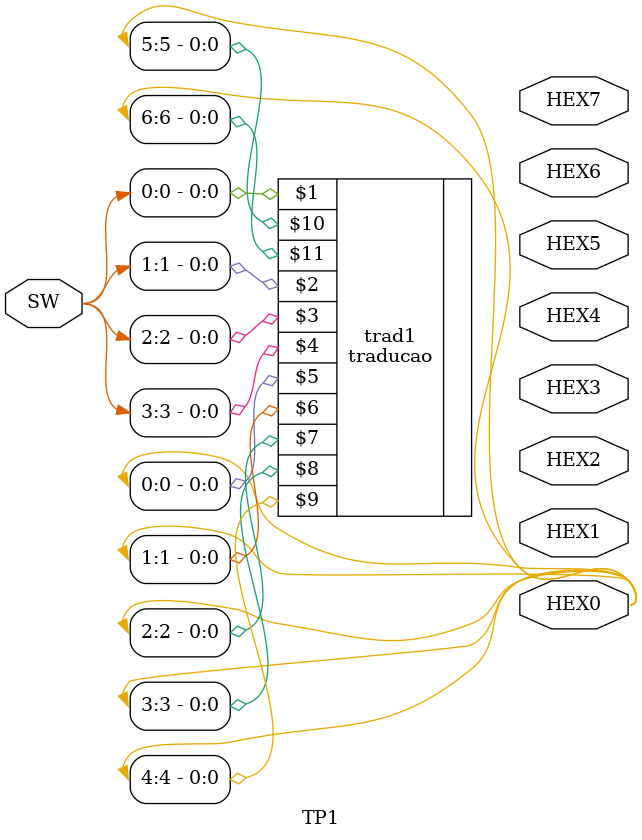
<source format=v>

module TP1(

	//////////// SW //////////
	input 		    [17:0]		SW,

	//////////// SEG7 //////////
	output		     [6:0]		HEX0,
	output		     [6:0]		HEX1,
	output		     [6:0]		HEX2,
	output		     [6:0]		HEX3,
	output		     [6:0]		HEX4,
	output		     [6:0]		HEX5,
	output		     [6:0]		HEX6,
	output		     [6:0]		HEX7
);


traducao trad1(SW[0], SW[1], SW[2], SW[3], HEX0[0], HEX0[1], HEX0[2], HEX0[3], HEX0[4], HEX0[5], HEX0[6]);
//=======================================================
//  REG/WIRE declarations
//=======================================================




//=======================================================
//  Structural coding
//=======================================================



endmodule
</source>
